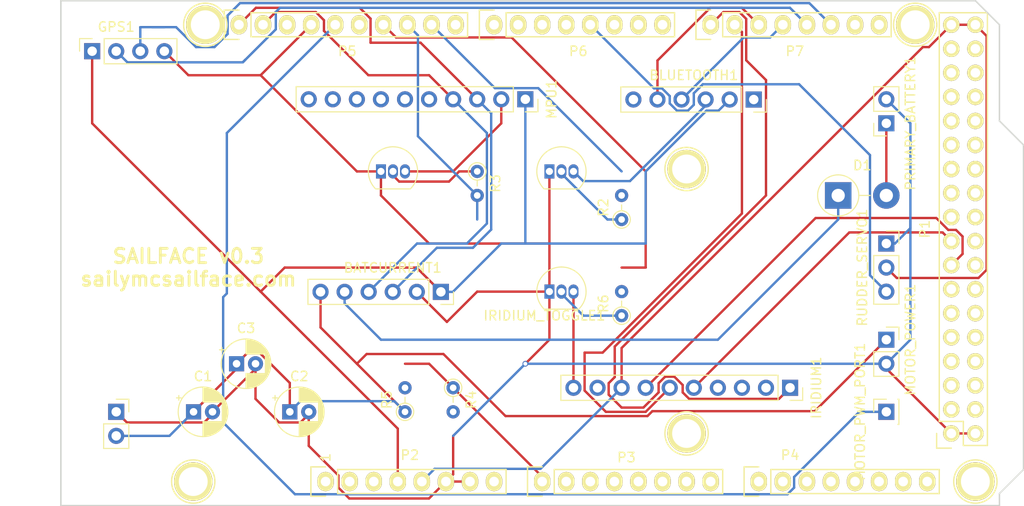
<source format=kicad_pcb>
(kicad_pcb (version 20211014) (generator pcbnew)
  (title_block (title "SAILFACE") (date "mar. 31 mars 2015") (rev "v0.2"))
  (layers (0 "F.Cu" signal) (31 "B.Cu" signal) (34 "B.Paste" user) (35 "F.Paste" user) (36 "B.SilkS" user "B.Silkscreen") (37 "F.SilkS" user "F.Silkscreen") (38 "B.Mask" user) (39 "F.Mask" user) (44 "Edge.Cuts" user))
  (net 0 "")
  (net 1 "GND")
  (net 2 "/52(SCK)")
  (net 3 "/53(SS)")
  (net 4 "/50(MISO)")
  (net 5 "/51(MOSI)")
  (net 6 "/48")
  (net 7 "/49")
  (net 8 "/46")
  (net 9 "/47")
  (net 10 "/44")
  (net 11 "/45")
  (net 12 "/42")
  (net 13 "/43")
  (net 14 "/41")
  (net 15 "/39")
  (net 16 "/36")
  (net 17 "/37")
  (net 18 "/34")
  (net 19 "/35")
  (net 20 "/32")
  (net 21 "/33")
  (net 22 "/30")
  (net 23 "/31")
  (net 24 "/28")
  (net 25 "/29")
  (net 26 "/26")
  (net 27 "/27")
  (net 28 "/24")
  (net 29 "/25")
  (net 30 "/22")
  (net 31 "/23")
  (net 32 "+5V")
  (net 33 "/IOREF")
  (net 34 "/Reset")
  (net 35 "/Vin")
  (net 36 "/A1")
  (net 37 "/A2")
  (net 38 "/A3")
  (net 39 "/A4")
  (net 40 "/A5")
  (net 41 "/A6")
  (net 42 "/A7")
  (net 43 "/A8")
  (net 44 "/A9")
  (net 45 "/A10")
  (net 46 "/A11")
  (net 47 "/A12")
  (net 48 "/A13")
  (net 49 "/A14")
  (net 50 "/A15")
  (net 51 "/SCL")
  (net 52 "/SDA")
  (net 53 "/AREF")
  (net 54 "/MOTOR_PWM")
  (net 55 "/12(**)")
  (net 57 "/7(**)")
  (net 58 "/6(**)")
  (net 59 "/5(**)")
  (net 60 "/4(**)")
  (net 61 "/2(**)")
  (net 62 "/20(SDA)")
  (net 63 "/21(SCL)")
  (net 71 "+3V3")
  (net 72 "/1(Tx0)")
  (net 73 "/0(Rx0)")
  (net 74 "/BLUETOOTH_EN")
  (net 75 "/GPS_TX")
  (net 76 "/GPS_RX")
  (net 77 "/IRIDIUM_RXD")
  (net 81 "/IRIDIUM_RING")
  (net 82 "/IRIDIUM_TXD")
  (net 83 "/IRIDIUM_SLEEP")
  (net 84 "Net-(BLUETOOTH1-Pad3)")
  (net 85 "Net-(BLUETOOTH_TOGGLE1-Pad2)")
  (net 86 "/BLUETOOTH_ON")
  (net 87 "Net-(MPU1-Pad2)")
  (net 94 "Net-(MPU_TOGGLE1-Pad2)")
  (net 95 "/BAT_VOLTAGE_MONITOR")
  (net 96 "/MPU_ON")
  (net 97 "Net-(D1-Pad2)")
  (net 98 "+12V")
  (net 100 "/BLUETOOTH_TXD")
  (net 101 "/BATTERY_IN")
  (net 102 "/SERVO_PWM")
  (net 103 "/BLUETOOTH_RXD")
  (net 104 "/BLUETOOTH_STATE")
  (net 105 "Net-(IRIDIUM1-Pad10)")
  (net 106 "Net-(IRIDIUM_TOGGLE1-Pad2)")
  (net 107 "/IRIDIUM_ON")
  (footprint "Socket_Arduino_Mega:Socket_Strip_Arduino_2x18" (layer "F.Cu") (at 197.358 114.046 90)
    (fp_text reference "P1" (at 21.59 -2.794 90) (layer "F.SilkS"))
    (fp_text value "Digital")
    (pad "1" thru_hole circle locked (at 0 0 90) (size 1.7272 1.7272) (drill 1.016) (layers *.Cu *.Mask "F.SilkS") (net 1 "GND"))
    (pad "2" thru_hole oval locked (at 0 2.54 90) (size 1.7272 1.7272) (drill 1.016) (layers *.Cu *.Mask "F.SilkS") (net 1 "GND"))
    (pad "3" thru_hole oval locked (at 2.54 0 90) (size 1.7272 1.7272) (drill 1.016) (layers *.Cu *.Mask "F.SilkS") (net 2 "/52(SCK)"))
    (pad "4" thru_hole oval locked (at 2.54 2.54 90) (size 1.7272 1.7272) (drill 1.016) (layers *.Cu *.Mask "F.SilkS") (net 3 "/53(SS)"))
    (pad "5" thru_hole oval locked (at 5.08 0 90) (size 1.7272 1.7272) (drill 1.016) (layers *.Cu *.Mask "F.SilkS") (net 4 "/50(MISO)"))
    (pad "6" thru_hole oval locked (at 5.08 2.54 90) (size 1.7272 1.7272) (drill 1.016) (layers *.Cu *.Mask "F.SilkS") (net 5 "/51(MOSI)"))
    (pad "7" thru_hole oval locked (at 7.62 0 90) (size 1.7272 1.7272) (drill 1.016) (layers *.Cu *.Mask "F.SilkS") (net 6 "/48"))
    (pad "8" thru_hole oval locked (at 7.62 2.54 90) (size 1.7272 1.7272) (drill 1.016) (layers *.Cu *.Mask "F.SilkS") (net 7 "/49"))
    (pad "9" thru_hole oval locked (at 10.16 0 90) (size 1.7272 1.7272) (drill 1.016) (layers *.Cu *.Mask "F.SilkS") (net 8 "/46"))
    (pad "10" thru_hole oval locked (at 10.16 2.54 90) (size 1.7272 1.7272) (drill 1.016) (layers *.Cu *.Mask "F.SilkS") (net 9 "/47"))
    (pad "11" thru_hole oval locked (at 12.7 0 90) (size 1.7272 1.7272) (drill 1.016) (layers *.Cu *.Mask "F.SilkS") (net 10 "/44"))
    (pad "12" thru_hole oval locked (at 12.7 2.54 90) (size 1.7272 1.7272) (drill 1.016) (layers *.Cu *.Mask "F.SilkS") (net 11 "/45"))
    (pad "13" thru_hole oval locked (at 15.24 0 90) (size 1.7272 1.7272) (drill 1.016) (layers *.Cu *.Mask "F.SilkS") (net 12 "/42"))
    (pad "14" thru_hole oval locked (at 15.24 2.54 90) (size 1.7272 1.7272) (drill 1.016) (layers *.Cu *.Mask "F.SilkS") (net 13 "/43"))
    (pad "15" thru_hole oval locked (at 17.78 0 90) (size 1.7272 1.7272) (drill 1.016) (layers *.Cu *.Mask "F.SilkS") (net 83 "/IRIDIUM_SLEEP"))
    (pad "16" thru_hole oval locked (at 17.78 2.54 90) (size 1.7272 1.7272) (drill 1.016) (layers *.Cu *.Mask "F.SilkS") (net 14 "/41"))
    (pad "17" thru_hole oval locked (at 20.32 0 90) (size 1.7272 1.7272) (drill 1.016) (layers *.Cu *.Mask "F.SilkS") (net 81 "/IRIDIUM_RING"))
    (pad "18" thru_hole oval locked (at 20.32 2.54 90) (size 1.7272 1.7272) (drill 1.016) (layers *.Cu *.Mask "F.SilkS") (net 15 "/39"))
    (pad "19" thru_hole oval locked (at 22.86 0 90) (size 1.7272 1.7272) (drill 1.016) (layers *.Cu *.Mask "F.SilkS") (net 16 "/36"))
    (pad "20" thru_hole oval locked (at 22.86 2.54 90) (size 1.7272 1.7272) (drill 1.016) (layers *.Cu *.Mask "F.SilkS") (net 17 "/37"))
    (pad "21" thru_hole oval locked (at 25.4 0 90) (size 1.7272 1.7272) (drill 1.016) (layers *.Cu *.Mask "F.SilkS") (net 18 "/34"))
    (pad "22" thru_hole oval locked (at 25.4 2.54 90) (size 1.7272 1.7272) (drill 1.016) (layers *.Cu *.Mask "F.SilkS") (net 19 "/35"))
    (pad "23" thru_hole oval locked (at 27.94 0 90) (size 1.7272 1.7272) (drill 1.016) (layers *.Cu *.Mask "F.SilkS") (net 20 "/32"))
    (pad "24" thru_hole oval locked (at 27.94 2.54 90) (size 1.7272 1.7272) (drill 1.016) (layers *.Cu *.Mask "F.SilkS") (net 21 "/33"))
    (pad "25" thru_hole oval locked (at 30.48 0 90) (size 1.7272 1.7272) (drill 1.016) (layers *.Cu *.Mask "F.SilkS") (net 22 "/30"))
    (pad "26" thru_hole oval locked (at 30.48 2.54 90) (size 1.7272 1.7272) (drill 1.016) (layers *.Cu *.Mask "F.SilkS") (net 23 "/31"))
    (pad "27" thru_hole oval locked (at 33.02 0 90) (size 1.7272 1.7272) (drill 1.016) (layers *.Cu *.Mask "F.SilkS") (net 24 "/28"))
    (pad "28" thru_hole oval locked (at 33.02 2.54 90) (size 1.7272 1.7272) (drill 1.016) (layers *.Cu *.Mask "F.SilkS") (net 25 "/29"))
    (pad "29" thru_hole oval locked (at 35.56 0 90) (size 1.7272 1.7272) (drill 1.016) (layers *.Cu *.Mask "F.SilkS") (net 26 "/26"))
    (pad "30" thru_hole oval locked (at 35.56 2.54 90) (size 1.7272 1.7272) (drill 1.016) (layers *.Cu *.Mask "F.SilkS") (net 27 "/27"))
    (pad "31" thru_hole oval locked (at 38.1 0 90) (size 1.7272 1.7272) (drill 1.016) (layers *.Cu *.Mask "F.SilkS") (net 28 "/24"))
    (pad "32" thru_hole oval locked (at 38.1 2.54 90) (size 1.7272 1.7272) (drill 1.016) (layers *.Cu *.Mask "F.SilkS") (net 29 "/25"))
    (pad "33" thru_hole oval locked (at 40.64 0 90) (size 1.7272 1.7272) (drill 1.016) (layers *.Cu *.Mask "F.SilkS") (net 30 "/22"))
    (pad "34" thru_hole oval locked (at 40.64 2.54 90) (size 1.7272 1.7272) (drill 1.016) (layers *.Cu *.Mask "F.SilkS") (net 31 "/23"))
    (pad "35" thru_hole oval locked (at 43.18 0 90) (size 1.7272 1.7272) (drill 1.016) (layers *.Cu *.Mask "F.SilkS") (net 32 "+5V"))
    (pad "36" thru_hole oval locked (at 43.18 2.54 90) (size 1.7272 1.7272) (drill 1.016) (layers *.Cu *.Mask "F.SilkS") (net 32 "+5V"))
  )
  (footprint "Socket_Arduino_Mega:Socket_Strip_Arduino_1x08" (layer "F.Cu") (at 131.318 119.126)
    (fp_text reference "P2" (at 8.89 -2.794) (layer "F.SilkS"))
    (fp_text value "Power")
    (pad "1" thru_hole oval locked (at 0 0) (size 1.7272 2.032) (drill 1.016) (layers *.Cu *.Mask "F.SilkS"))
    (pad "2" thru_hole oval locked (at 2.54 0) (size 1.7272 2.032) (drill 1.016) (layers *.Cu *.Mask "F.SilkS") (net 33 "/IOREF"))
    (pad "3" thru_hole oval locked (at 5.08 0) (size 1.7272 2.032) (drill 1.016) (layers *.Cu *.Mask "F.SilkS") (net 34 "/Reset"))
    (pad "4" thru_hole oval locked (at 7.62 0) (size 1.7272 2.032) (drill 1.016) (layers *.Cu *.Mask "F.SilkS") (net 71 "+3V3"))
    (pad "5" thru_hole oval locked (at 10.16 0) (size 1.7272 2.032) (drill 1.016) (layers *.Cu *.Mask "F.SilkS") (net 32 "+5V"))
    (pad "6" thru_hole oval locked (at 12.7 0) (size 1.7272 2.032) (drill 1.016) (layers *.Cu *.Mask "F.SilkS") (net 1 "GND"))
    (pad "7" thru_hole oval locked (at 15.24 0) (size 1.7272 2.032) (drill 1.016) (layers *.Cu *.Mask "F.SilkS") (net 1 "GND"))
    (pad "8" thru_hole oval locked (at 17.78 0) (size 1.7272 2.032) (drill 1.016) (layers *.Cu *.Mask "F.SilkS") (net 35 "/Vin"))
  )
  (footprint "Socket_Arduino_Mega:Socket_Strip_Arduino_1x08" (layer "F.Cu") (at 154.178 119.126)
    (fp_text reference "P3" (at 8.89 -2.54) (layer "F.SilkS"))
    (fp_text value "Analog")
    (pad "1" thru_hole oval locked (at 0 0) (size 1.7272 2.032) (drill 1.016) (layers *.Cu *.Mask "F.SilkS") (net 95 "/BAT_VOLTAGE_MONITOR"))
    (pad "2" thru_hole oval locked (at 2.54 0) (size 1.7272 2.032) (drill 1.016) (layers *.Cu *.Mask "F.SilkS") (net 36 "/A1"))
    (pad "3" thru_hole oval locked (at 5.08 0) (size 1.7272 2.032) (drill 1.016) (layers *.Cu *.Mask "F.SilkS") (net 37 "/A2"))
    (pad "4" thru_hole oval locked (at 7.62 0) (size 1.7272 2.032) (drill 1.016) (layers *.Cu *.Mask "F.SilkS") (net 38 "/A3"))
    (pad "5" thru_hole oval locked (at 10.16 0) (size 1.7272 2.032) (drill 1.016) (layers *.Cu *.Mask "F.SilkS") (net 39 "/A4"))
    (pad "6" thru_hole oval locked (at 12.7 0) (size 1.7272 2.032) (drill 1.016) (layers *.Cu *.Mask "F.SilkS") (net 40 "/A5"))
    (pad "7" thru_hole oval locked (at 15.24 0) (size 1.7272 2.032) (drill 1.016) (layers *.Cu *.Mask "F.SilkS") (net 41 "/A6"))
    (pad "8" thru_hole oval locked (at 17.78 0) (size 1.7272 2.032) (drill 1.016) (layers *.Cu *.Mask "F.SilkS") (net 42 "/A7"))
  )
  (footprint "Socket_Arduino_Mega:Socket_Strip_Arduino_1x08" (layer "F.Cu") (at 177.038 119.126)
    (fp_text reference "P4" (at 3.302 -2.794) (layer "F.SilkS"))
    (fp_text value "Analog")
    (pad "1" thru_hole oval locked (at 0 0) (size 1.7272 2.032) (drill 1.016) (layers *.Cu *.Mask "F.SilkS") (net 43 "/A8"))
    (pad "2" thru_hole oval locked (at 2.54 0) (size 1.7272 2.032) (drill 1.016) (layers *.Cu *.Mask "F.SilkS") (net 44 "/A9"))
    (pad "3" thru_hole oval locked (at 5.08 0) (size 1.7272 2.032) (drill 1.016) (layers *.Cu *.Mask "F.SilkS") (net 45 "/A10"))
    (pad "4" thru_hole oval locked (at 7.62 0) (size 1.7272 2.032) (drill 1.016) (layers *.Cu *.Mask "F.SilkS") (net 46 "/A11"))
    (pad "5" thru_hole oval locked (at 10.16 0) (size 1.7272 2.032) (drill 1.016) (layers *.Cu *.Mask "F.SilkS") (net 47 "/A12"))
    (pad "6" thru_hole oval locked (at 12.7 0) (size 1.7272 2.032) (drill 1.016) (layers *.Cu *.Mask "F.SilkS") (net 48 "/A13"))
    (pad "7" thru_hole oval locked (at 15.24 0) (size 1.7272 2.032) (drill 1.016) (layers *.Cu *.Mask "F.SilkS") (net 49 "/A14"))
    (pad "8" thru_hole oval locked (at 17.78 0) (size 1.7272 2.032) (drill 1.016) (layers *.Cu *.Mask "F.SilkS") (net 50 "/A15"))
  )
  (footprint "Socket_Arduino_Mega:Socket_Strip_Arduino_1x10" (layer "F.Cu") (at 122.174 70.866)
    (fp_text reference "P5" (at 11.43 2.794) (layer "F.SilkS"))
    (fp_text value "PWM")
    (pad "1" thru_hole oval locked (at 0 0) (size 1.7272 2.032) (drill 1.016) (layers *.Cu *.Mask "F.SilkS") (net 51 "/SCL"))
    (pad "2" thru_hole oval locked (at 2.54 0) (size 1.7272 2.032) (drill 1.016) (layers *.Cu *.Mask "F.SilkS") (net 52 "/SDA"))
    (pad "3" thru_hole oval locked (at 5.08 0) (size 1.7272 2.032) (drill 1.016) (layers *.Cu *.Mask "F.SilkS") (net 53 "/AREF"))
    (pad "4" thru_hole oval locked (at 7.62 0) (size 1.7272 2.032) (drill 1.016) (layers *.Cu *.Mask "F.SilkS") (net 1 "GND"))
    (pad "5" thru_hole oval locked (at 10.16 0) (size 1.7272 2.032) (drill 1.016) (layers *.Cu *.Mask "F.SilkS") (net 54 "/MOTOR_PWM"))
    (pad "6" thru_hole oval locked (at 12.7 0) (size 1.7272 2.032) (drill 1.016) (layers *.Cu *.Mask "F.SilkS") (net 55 "/12(**)"))
    (pad "7" thru_hole oval locked (at 15.24 0) (size 1.7272 2.032) (drill 1.016) (layers *.Cu *.Mask "F.SilkS") (net 107 "/IRIDIUM_ON"))
    (pad "8" thru_hole oval locked (at 17.78 0) (size 1.7272 2.032) (drill 1.016) (layers *.Cu *.Mask "F.SilkS") (net 96 "/MPU_ON"))
    (pad "9" thru_hole oval locked (at 20.32 0) (size 1.7272 2.032) (drill 1.016) (layers *.Cu *.Mask "F.SilkS") (net 86 "/BLUETOOTH_ON"))
    (pad "10" thru_hole oval locked (at 22.86 0) (size 1.7272 2.032) (drill 1.016) (layers *.Cu *.Mask "F.SilkS"))
  )
  (footprint "Socket_Arduino_Mega:Socket_Strip_Arduino_1x08" (layer "F.Cu") (at 149.098 70.866)
    (fp_text reference "P6" (at 8.89 2.794) (layer "F.SilkS"))
    (fp_text value "PWM")
    (pad "1" thru_hole oval locked (at 0 0) (size 1.7272 2.032) (drill 1.016) (layers *.Cu *.Mask "F.SilkS") (net 57 "/7(**)"))
    (pad "2" thru_hole oval locked (at 2.54 0) (size 1.7272 2.032) (drill 1.016) (layers *.Cu *.Mask "F.SilkS") (net 58 "/6(**)"))
    (pad "3" thru_hole oval locked (at 5.08 0) (size 1.7272 2.032) (drill 1.016) (layers *.Cu *.Mask "F.SilkS") (net 59 "/5(**)"))
    (pad "4" thru_hole oval locked (at 7.62 0) (size 1.7272 2.032) (drill 1.016) (layers *.Cu *.Mask "F.SilkS") (net 60 "/4(**)"))
    (pad "5" thru_hole oval locked (at 10.16 0) (size 1.7272 2.032) (drill 1.016) (layers *.Cu *.Mask "F.SilkS") (net 102 "/SERVO_PWM"))
    (pad "6" thru_hole oval locked (at 12.7 0) (size 1.7272 2.032) (drill 1.016) (layers *.Cu *.Mask "F.SilkS") (net 61 "/2(**)"))
    (pad "7" thru_hole oval locked (at 15.24 0) (size 1.7272 2.032) (drill 1.016) (layers *.Cu *.Mask "F.SilkS") (net 72 "/1(Tx0)"))
    (pad "8" thru_hole oval locked (at 17.78 0) (size 1.7272 2.032) (drill 1.016) (layers *.Cu *.Mask "F.SilkS") (net 73 "/0(Rx0)"))
  )
  (footprint "Socket_Arduino_Mega:Socket_Strip_Arduino_1x08" (layer "F.Cu") (at 171.958 70.866)
    (fp_text reference "P7" (at 8.89 2.794) (layer "F.SilkS"))
    (fp_text value "Communication")
    (pad "1" thru_hole oval locked (at 0 0) (size 1.7272 2.032) (drill 1.016) (layers *.Cu *.Mask "F.SilkS") (net 77 "/IRIDIUM_RXD"))
    (pad "2" thru_hole oval locked (at 2.54 0) (size 1.7272 2.032) (drill 1.016) (layers *.Cu *.Mask "F.SilkS") (net 82 "/IRIDIUM_TXD"))
    (pad "3" thru_hole oval locked (at 5.08 0) (size 1.7272 2.032) (drill 1.016) (layers *.Cu *.Mask "F.SilkS") (net 103 "/BLUETOOTH_RXD"))
    (pad "4" thru_hole oval locked (at 7.62 0) (size 1.7272 2.032) (drill 1.016) (layers *.Cu *.Mask "F.SilkS") (net 100 "/BLUETOOTH_TXD"))
    (pad "5" thru_hole oval locked (at 10.16 0) (size 1.7272 2.032) (drill 1.016) (layers *.Cu *.Mask "F.SilkS") (net 76 "/GPS_RX"))
    (pad "6" thru_hole oval locked (at 12.7 0) (size 1.7272 2.032) (drill 1.016) (layers *.Cu *.Mask "F.SilkS") (net 75 "/GPS_TX"))
    (pad "7" thru_hole oval locked (at 15.24 0) (size 1.7272 2.032) (drill 1.016) (layers *.Cu *.Mask "F.SilkS") (net 62 "/20(SDA)"))
    (pad "8" thru_hole oval locked (at 17.78 0) (size 1.7272 2.032) (drill 1.016) (layers *.Cu *.Mask "F.SilkS") (net 63 "/21(SCL)"))
  )
  (footprint "Socket_Arduino_Mega:Arduino_1pin" (layer "F.Cu") (at 117.348 119.126)
    (fp_text reference "P8" hide)
    (fp_text value "CONN_01X01" hide)
    (pad "1" thru_hole circle locked (at 0 0) (size 4.064 4.064) (drill 3.048) (layers *.Cu *.Mask "F.SilkS"))
  )
  (footprint "Socket_Arduino_Mega:Arduino_1pin" (layer "F.Cu") (at 169.418 114.046)
    (fp_text reference "P9" hide)
    (fp_text value "CONN_01X01" hide)
    (pad "1" thru_hole circle locked (at 0 0) (size 4.064 4.064) (drill 3.048) (layers *.Cu *.Mask "F.SilkS"))
  )
  (footprint "Socket_Arduino_Mega:Arduino_1pin" (layer "F.Cu") (at 199.898 119.126)
    (fp_text reference "P10" hide)
    (fp_text value "CONN_01X01" hide)
    (pad "1" thru_hole circle locked (at 0 0) (size 4.064 4.064) (drill 3.048) (layers *.Cu *.Mask "F.SilkS"))
  )
  (footprint "Socket_Arduino_Mega:Arduino_1pin" (layer "F.Cu") (at 118.618 70.866)
    (fp_text reference "P11" hide)
    (fp_text value "CONN_01X01" hide)
    (pad "1" thru_hole circle locked (at 0 0) (size 4.064 4.064) (drill 3.048) (layers *.Cu *.Mask "F.SilkS"))
  )
  (footprint "Socket_Arduino_Mega:Arduino_1pin" (layer "F.Cu") (at 169.418 86.106)
    (fp_text reference "P12" hide)
    (fp_text value "CONN_01X01" hide)
    (pad "1" thru_hole circle locked (at 0 0) (size 4.064 4.064) (drill 3.048) (layers *.Cu *.Mask "F.SilkS"))
  )
  (footprint "Socket_Arduino_Mega:Arduino_1pin" (layer "F.Cu") (at 193.548 70.866)
    (fp_text reference "P13" hide)
    (fp_text value "CONN_01X01" hide)
    (pad "1" thru_hole circle locked (at 0 0) (size 4.064 4.064) (drill 3.048) (layers *.Cu *.Mask "F.SilkS"))
  )
  (footprint "Capacitor_THT:CP_Radial_D5.0mm_P2.00mm" (layer "F.Cu") (at 117.38 111.76)
    (fp_text reference "C1" (at 1 -3.75) (layer "F.SilkS"))
    (fp_text value "C")
    (pad "1" thru_hole rect (at 0 0) (size 1.6 1.6) (drill 0.8) (layers *.Cu *.Mask) (net 98 "+12V"))
    (pad "2" thru_hole circle (at 2 0) (size 1.6 1.6) (drill 0.8) (layers *.Cu *.Mask) (net 1 "GND"))
  )
  (footprint "Connector_PinSocket_2.54mm:PinSocket_1x02_P2.54mm_Vertical" (layer "F.Cu") (at 109.22 111.76)
    (fp_text reference "ARDUINO_POWER1" hide)
    (fp_text value "ARDUINO_POWER")
    (pad "1" thru_hole rect (at 0 0) (size 1.7 1.7) (drill 1) (layers *.Cu *.Mask) (net 1 "GND"))
    (pad "2" thru_hole oval (at 0 2.54) (size 1.7 1.7) (drill 1) (layers *.Cu *.Mask) (net 98 "+12V"))
  )
  (footprint "Package_TO_SOT_THT:TO-92_Inline" (layer "F.Cu") (at 137.16 86.36)
    (fp_text reference "MPU_TOGGLE1" hide)
    (fp_text value "2N3904" hide)
    (pad "1" thru_hole rect (at 0 0) (size 1.05 1.5) (drill 0.75) (layers *.Cu *.Mask) (net 1 "GND"))
    (pad "2" thru_hole oval (at 1.27 0) (size 1.05 1.5) (drill 0.75) (layers *.Cu *.Mask) (net 94 "Net-(MPU_TOGGLE1-Pad2)"))
    (pad "3" thru_hole oval (at 2.54 0) (size 1.05 1.5) (drill 0.75) (layers *.Cu *.Mask) (net 87 "Net-(MPU1-Pad2)"))
  )
  (footprint "Connector_PinSocket_2.54mm:PinSocket_1x03_P2.54mm_Vertical" (layer "F.Cu") (at 190.5 93.98)
    (fp_text reference "RUDDER_SERVO1" (at -2.54 2.54 -90) (layer "F.SilkS"))
    (fp_text value "RUDDER_SERVO" hide)
    (pad "1" thru_hole rect (at 0 0) (size 1.7 1.7) (drill 1) (layers *.Cu *.Mask) (net 1 "GND"))
    (pad "2" thru_hole oval (at 0 2.54) (size 1.7 1.7) (drill 1) (layers *.Cu *.Mask) (net 32 "+5V"))
    (pad "3" thru_hole oval (at 0 5.08) (size 1.7 1.7) (drill 1) (layers *.Cu *.Mask) (net 102 "/SERVO_PWM"))
  )
  (footprint "Capacitor_THT:CP_Radial_D5.0mm_P2.00mm" (layer "F.Cu") (at 121.92 106.68)
    (fp_text reference "C3" (at 1 -3.75) (layer "F.SilkS"))
    (fp_text value "C")
    (pad "1" thru_hole rect (at 0 0) (size 1.6 1.6) (drill 0.8) (layers *.Cu *.Mask) (net 98 "+12V"))
    (pad "2" thru_hole circle (at 2 0) (size 1.6 1.6) (drill 0.8) (layers *.Cu *.Mask) (net 1 "GND"))
  )
  (footprint "Connector_PinSocket_2.54mm:PinSocket_1x02_P2.54mm_Vertical" (layer "F.Cu") (at 190.5 81.28 180)
    (fp_text reference "PRIMARY_BATTERY1" (at -2.54 0 270) (layer "F.SilkS"))
    (fp_text value "Battery" hide)
    (pad "1" thru_hole rect (at 0 0 180) (size 1.7 1.7) (drill 1) (layers *.Cu *.Mask) (net 97 "Net-(D1-Pad2)"))
    (pad "2" thru_hole oval (at 0 2.54 180) (size 1.7 1.7) (drill 1) (layers *.Cu *.Mask) (net 1 "GND"))
  )
  (footprint "Connector_PinSocket_2.54mm:PinSocket_1x01_P2.54mm_Vertical" (layer "F.Cu") (at 190.5 111.76 90)
    (fp_text reference "MOTOR_PWM_PORT1" (at 0 -2.77 90) (layer "F.SilkS"))
    (fp_text value "MOTOR_PWM_PORT" hide)
    (pad "1" thru_hole rect (at 0 0 90) (size 1.7 1.7) (drill 1) (layers *.Cu *.Mask) (net 54 "/MOTOR_PWM"))
  )
  (footprint "Connector_PinSocket_2.54mm:PinSocket_1x02_P2.54mm_Vertical" (layer "F.Cu") (at 190.5 104.14)
    (fp_text reference "MOTOR_POWER1" (at 2.54 0 -90) (layer "F.SilkS"))
    (fp_text value "MOTOR_POWER" hide)
    (pad "1" thru_hole rect (at 0 0) (size 1.7 1.7) (drill 1) (layers *.Cu *.Mask) (net 98 "+12V"))
    (pad "2" thru_hole oval (at 0 2.54) (size 1.7 1.7) (drill 1) (layers *.Cu *.Mask) (net 1 "GND"))
  )
  (footprint "Connector_PinSocket_2.54mm:PinSocket_1x10_P2.54mm_Vertical" (layer "F.Cu") (at 152.4 78.74 -90)
    (fp_text reference "MPU1" (at 0 -2.77 90) (layer "F.SilkS"))
    (fp_text value "MPU" hide)
    (pad "1" thru_hole rect (at 0 0 270) (size 1.7 1.7) (drill 1) (layers *.Cu *.Mask "F.Paste") (net 71 "+3V3"))
    (pad "2" thru_hole oval (at 0 2.54 270) (size 1.7 1.7) (drill 1) (layers *.Cu *.Mask) (net 87 "Net-(MPU1-Pad2)"))
    (pad "3" thru_hole oval (at 0 5.08 270) (size 1.7 1.7) (drill 1) (layers *.Cu *.Mask) (net 51 "/SCL"))
    (pad "4" thru_hole oval locked (at 0 7.62 270) (size 1.7 1.7) (drill 1) (layers *.Cu *.Mask) (net 52 "/SDA"))
    (pad "5" thru_hole oval (at 0 10.16 270) (size 1.7 1.7) (drill 1) (layers *.Cu *.Mask))
    (pad "6" thru_hole oval (at 0 12.7 270) (size 1.7 1.7) (drill 1) (layers *.Cu *.Mask))
    (pad "7" thru_hole oval (at 0 15.24 270) (size 1.7 1.7) (drill 1) (layers *.Cu *.Mask))
    (pad "8" thru_hole oval (at 0 17.78 270) (size 1.7 1.7) (drill 1) (layers *.Cu *.Mask))
    (pad "9" thru_hole oval (at 0 20.32 270) (size 1.7 1.7) (drill 1) (layers *.Cu *.Mask))
    (pad "10" thru_hole oval (at 0 22.86 270) (size 1.7 1.7) (drill 1) (layers *.Cu *.Mask))
  )
  (footprint "Resistor_THT:R_Axial_DIN0204_L3.6mm_D1.6mm_P2.54mm_Vertical" (layer "F.Cu") (at 139.7 111.76 90)
    (fp_text reference "R5" (at 1.27 -1.92 90) (layer "F.SilkS"))
    (fp_text value "4.7K")
    (pad "1" thru_hole circle (at 0 0 90) (size 1.4 1.4) (drill 0.7) (layers *.Cu *.Mask) (net 98 "+12V"))
    (pad "2" thru_hole oval (at 2.54 0 90) (size 1.4 1.4) (drill 0.7) (layers *.Cu *.Mask) (net 95 "/BAT_VOLTAGE_MONITOR"))
  )
  (footprint "Diode_THT:D_5W_P5.08mm_Vertical_AnodeUp" (layer "F.Cu") (at 185.42 88.9)
    (fp_text reference "D1" (at 2.54 -3.174899) (layer "F.SilkS"))
    (fp_text value "D_Schottky")
    (pad "1" thru_hole rect (at 0 0) (size 2.8 2.8) (drill 1.4) (layers *.Cu *.Mask) (net 101 "/BATTERY_IN"))
    (pad "2" thru_hole oval (at 5.08 0) (size 2.8 2.8) (drill 1.4) (layers *.Cu *.Mask) (net 97 "Net-(D1-Pad2)"))
  )
  (footprint "Capacitor_THT:CP_Radial_D5.0mm_P2.00mm" (layer "F.Cu") (at 127.54 111.76)
    (fp_text reference "C2" (at 1 -3.75) (layer "F.SilkS"))
    (fp_text value "C")
    (pad "1" thru_hole rect (at 0 0) (size 1.6 1.6) (drill 0.8) (layers *.Cu *.Mask) (net 98 "+12V"))
    (pad "2" thru_hole circle (at 2 0) (size 1.6 1.6) (drill 0.8) (layers *.Cu *.Mask) (net 1 "GND"))
  )
  (footprint "Connector_PinSocket_2.54mm:PinSocket_1x06_P2.54mm_Vertical" (layer "F.Cu") (at 176.505 78.765 -90)
    (fp_text reference "BLUETOOTH1" (at -2.565 6.325) (layer "F.SilkS"))
    (fp_text value "BLUETOOTH" hide)
    (pad "1" thru_hole rect (at 0 0 270) (size 1.7 1.7) (drill 1) (layers *.Cu *.Mask) (net 74 "/BLUETOOTH_EN"))
    (pad "2" thru_hole oval (at 0 2.54 270) (size 1.7 1.7) (drill 1) (layers *.Cu *.Mask) (net 71 "+3V3"))
    (pad "3" thru_hole oval (at 0 5.08 270) (size 1.7 1.7) (drill 1) (layers *.Cu *.Mask) (net 84 "Net-(BLUETOOTH1-Pad3)"))
    (pad "4" thru_hole oval (at 0 7.62 270) (size 1.7 1.7) (drill 1) (layers *.Cu *.Mask) (net 100 "/BLUETOOTH_TXD"))
    (pad "5" thru_hole oval (at 0 10.16 270) (size 1.7 1.7) (drill 1) (layers *.Cu *.Mask) (net 103 "/BLUETOOTH_RXD"))
    (pad "6" thru_hole oval (at 0 12.7 270) (size 1.7 1.7) (drill 1) (layers *.Cu *.Mask) (net 104 "/BLUETOOTH_STATE"))
  )
  (footprint "Resistor_THT:R_Axial_DIN0204_L3.6mm_D1.6mm_P2.54mm_Vertical" (layer "F.Cu") (at 162.56 101.6 90)
    (fp_text reference "R6" (at 1.27 -1.92 90) (layer "F.SilkS"))
    (fp_text value "1K")
    (pad "1" thru_hole circle (at 0 0 90) (size 1.4 1.4) (drill 0.7) (layers *.Cu *.Mask) (net 106 "Net-(IRIDIUM_TOGGLE1-Pad2)"))
    (pad "2" thru_hole oval (at 2.54 0 90) (size 1.4 1.4) (drill 0.7) (layers *.Cu *.Mask) (net 107 "/IRIDIUM_ON"))
  )
  (footprint "Connector_PinSocket_2.54mm:PinSocket_1x10_P2.54mm_Vertical" (layer "F.Cu") (at 180.34 109.22 -90)
    (fp_text reference "IRIDIUM1" (at 0 -2.77 -90) (layer "F.SilkS"))
    (fp_text value "IRIDIUM" hide)
    (pad "1" thru_hole rect (at 0 0 270) (size 1.7 1.7) (drill 1) (layers *.Cu *.Mask) (net 77 "/IRIDIUM_RXD"))
    (pad "2" thru_hole oval (at 0 2.54 270) (size 1.7 1.7) (drill 1) (layers *.Cu *.Mask))
    (pad "3" thru_hole oval (at 0 5.08 270) (size 1.7 1.7) (drill 1) (layers *.Cu *.Mask))
    (pad "4" thru_hole oval (at 0 7.62 270) (size 1.7 1.7) (drill 1) (layers *.Cu *.Mask))
    (pad "5" thru_hole oval (at 0 10.16 270) (size 1.7 1.7) (drill 1) (layers *.Cu *.Mask) (net 81 "/IRIDIUM_RING"))
    (pad "6" thru_hole oval (at 0 12.7 270) (size 1.7 1.7) (drill 1) (layers *.Cu *.Mask) (net 82 "/IRIDIUM_TXD"))
    (pad "7" thru_hole oval (at 0 15.24 270) (size 1.7 1.7) (drill 1) (layers *.Cu *.Mask) (net 83 "/IRIDIUM_SLEEP"))
    (pad "8" thru_hole oval (at 0 17.78 270) (size 1.7 1.7) (drill 1) (layers *.Cu *.Mask) (net 32 "+5V"))
    (pad "9" thru_hole oval (at 0 20.32 270) (size 1.7 1.7) (drill 1) (layers *.Cu *.Mask))
    (pad "10" thru_hole oval (at 0 22.86 270) (size 1.7 1.7) (drill 1) (layers *.Cu *.Mask) (net 105 "Net-(IRIDIUM1-Pad10)"))
  )
  (footprint "Connector_PinSocket_2.54mm:PinSocket_1x06_P2.54mm_Vertical" (layer "F.Cu") (at 143.485 99.085 -90)
    (fp_text reference "BATCURRENT1" (at -2.54 5.08) (layer "F.SilkS"))
    (fp_text value "BAT_CURRENT_SENSOR" hide)
    (pad "1" thru_hole rect (at 0 0 270) (size 1.7 1.7) (drill 1) (layers *.Cu *.Mask) (net 71 "+3V3"))
    (pad "2" thru_hole oval (at 0 2.54 270) (size 1.7 1.7) (drill 1) (layers *.Cu *.Mask) (net 1 "GND"))
    (pad "3" thru_hole oval (at 0 5.08 270) (size 1.7 1.7) (drill 1) (layers *.Cu *.Mask) (net 51 "/SCL"))
    (pad "4" thru_hole oval (at 0 7.62 270) (size 1.7 1.7) (drill 1) (layers *.Cu *.Mask) (net 52 "/SDA"))
    (pad "5" thru_hole oval (at 0 10.16 270) (size 1.7 1.7) (drill 1) (layers *.Cu *.Mask) (net 101 "/BATTERY_IN"))
    (pad "6" thru_hole oval (at 0 12.7 270) (size 1.7 1.7) (drill 1) (layers *.Cu *.Mask) (net 98 "+12V"))
  )
  (footprint "Resistor_THT:R_Axial_DIN0204_L3.6mm_D1.6mm_P2.54mm_Vertical" (layer "F.Cu") (at 144.78 109.22 -90)
    (fp_text reference "R4" (at 1.27 -1.92 -90) (layer "F.SilkS"))
    (fp_text value "1K")
    (pad "1" thru_hole circle (at 0 0 270) (size 1.4 1.4) (drill 0.7) (layers *.Cu *.Mask) (net 95 "/BAT_VOLTAGE_MONITOR"))
    (pad "2" thru_hole oval (at 2.54 0 270) (size 1.4 1.4) (drill 0.7) (layers *.Cu *.Mask) (net 1 "GND"))
  )
  (footprint "Connector_PinSocket_2.54mm:PinSocket_1x04_P2.54mm_Vertical" (layer "F.Cu") (at 106.68 73.66 90)
    (fp_text reference "GPS1" (at 2.565 2.54) (layer "F.SilkS"))
    (fp_text value "GPS" hide)
    (pad "1" thru_hole rect (at 0 0 90) (size 1.7 1.7) (drill 1) (layers *.Cu *.Mask) (net 71 "+3V3"))
    (pad "2" thru_hole oval (at 0 2.54 90) (size 1.7 1.7) (drill 1) (layers *.Cu *.Mask) (net 76 "/GPS_RX"))
    (pad "3" thru_hole oval (at 0 5.08 90) (size 1.7 1.7) (drill 1) (layers *.Cu *.Mask) (net 75 "/GPS_TX"))
    (pad "4" thru_hole oval (at 0 7.62 90) (size 1.7 1.7) (drill 1) (layers *.Cu *.Mask) (net 1 "GND"))
  )
  (footprint "Package_TO_SOT_THT:TO-92_Inline" (layer "F.Cu") (at 154.94 86.36)
    (fp_text reference "BLUETOOTH_TOGGLE1" hide)
    (fp_text value "2N3904" hide)
    (pad "1" thru_hole rect (at 0 0) (size 1.05 1.5) (drill 0.75) (layers *.Cu *.Mask) (net 1 "GND"))
    (pad "2" thru_hole oval (at 1.27 0) (size 1.05 1.5) (drill 0.75) (layers *.Cu *.Mask) (net 85 "Net-(BLUETOOTH_TOGGLE1-Pad2)"))
    (pad "3" thru_hole oval (at 2.54 0) (size 1.05 1.5) (drill 0.75) (layers *.Cu *.Mask) (net 84 "Net-(BLUETOOTH1-Pad3)"))
  )
  (footprint "Resistor_THT:R_Axial_DIN0204_L3.6mm_D1.6mm_P2.54mm_Vertical" (layer "F.Cu") (at 147.32 86.36 -90)
    (fp_text reference "R3" (at 1.27 -1.92 -90) (layer "F.SilkS"))
    (fp_text value "1K")
    (pad "1" thru_hole circle (at 0 0 270) (size 1.4 1.4) (drill 0.7) (layers *.Cu *.Mask) (net 94 "Net-(MPU_TOGGLE1-Pad2)"))
    (pad "2" thru_hole oval (at 2.54 0 270) (size 1.4 1.4) (drill 0.7) (layers *.Cu *.Mask) (net 96 "/MPU_ON"))
  )
  (footprint "Package_TO_SOT_THT:TO-92_Inline" (layer "F.Cu") (at 154.94 99.06)
    (fp_text reference "IRIDIUM_TOGGLE1" (at -0.53 2.54) (layer "F.SilkS"))
    (fp_text value "2N3904" hide)
    (pad "1" thru_hole rect (at 0 0) (size 1.05 1.5) (drill 0.75) (layers *.Cu *.Mask) (net 1 "GND"))
    (pad "2" thru_hole oval (at 1.27 0) (size 1.05 1.5) (drill 0.75) (layers *.Cu *.Mask) (net 106 "Net-(IRIDIUM_TOGGLE1-Pad2)"))
    (pad "3" thru_hole oval (at 2.54 0) (size 1.05 1.5) (drill 0.75) (layers *.Cu *.Mask) (net 105 "Net-(IRIDIUM1-Pad10)"))
  )
  (footprint "Resistor_THT:R_Axial_DIN0204_L3.6mm_D1.6mm_P2.54mm_Vertical" (layer "F.Cu") (at 162.56 91.44 90)
    (fp_text reference "R2" (at 1.27 -1.92 90) (layer "F.SilkS"))
    (fp_text value "1K")
    (pad "1" thru_hole circle (at 0 0 90) (size 1.4 1.4) (drill 0.7) (layers *.Cu *.Mask) (net 85 "Net-(BLUETOOTH_TOGGLE1-Pad2)"))
    (pad "2" thru_hole oval (at 2.54 0 90) (size 1.4 1.4) (drill 0.7) (layers *.Cu *.Mask) (net 86 "/BLUETOOTH_ON"))
  )
  (gr_line (start 202.438 81.026) (end 204.978 83.566) (layer "Edge.Cuts") (width 0.15))
  (gr_line (start 103.378 121.666) (end 103.378 68.326) (layer "Edge.Cuts") (width 0.15))
  (gr_line (start 204.978 83.566) (end 204.978 117.856) (layer "Edge.Cuts") (width 0.15))
  (gr_line (start 202.438 121.666) (end 103.378 121.666) (layer "Edge.Cuts") (width 0.15))
  (gr_line (start 103.378 68.326) (end 199.898 68.326) (layer "Edge.Cuts") (width 0.15))
  (gr_line (start 204.978 117.856) (end 202.438 120.396) (layer "Edge.Cuts") (width 0.15))
  (gr_line (start 199.898 68.326) (end 202.438 70.866) (layer "Edge.Cuts") (width 0.15))
  (gr_line (start 202.438 70.866) (end 202.438 81.026) (layer "Edge.Cuts") (width 0.15))
  (gr_line (start 202.438 120.396) (end 202.438 121.666) (layer "Edge.Cuts") (width 0.15))
  (gr_text "1" (at 131.318 116.586 90) (layer "F.SilkS") (effects (font (size 1 1))))
  (gr_text "SAILFACE v0.3\nsailymcsailface.com" (at 116.84 96.52) (layer "F.SilkS") (effects (font (size 1.5 1.5) (thickness 0.3))))
  (segment (start 129.54 115.351585) (end 132.66988 118.481465) (width 0.25) (layer "F.Cu") (net 1))
  (segment (start 142.24 93.98) (end 137.16 88.9) (width 0.25) (layer "F.Cu") (net 1))
  (segment (start 129.54 111.76) (end 129.54 115.351585) (width 0.25) (layer "F.Cu") (net 1))
  (segment (start 144.78 118.364) (end 144.018 119.126) (width 0.25) (layer "F.Cu") (net 1))
  (segment (start 119.38 111.76) (end 123.92 107.22) (width 0.25) (layer "F.Cu") (net 1))
  (segment (start 140.945 99.085) (end 144.12 102.26) (width 0.25) (layer "F.Cu") (net 1))
  (segment (start 190.5 107.188) (end 190.5 106.68) (width 0.25) (layer "F.Cu") (net 1))
  (segment (start 128.664511 112.884511) (end 129.54 112.009022) (width 0.25) (layer "F.Cu") (net 1))
  (segment (start 144.018 119.126) (end 146.558 119.126) (width 0.25) (layer "F.Cu") (net 1))
  (segment (start 154.94 104.14) (end 154.94 99.06) (width 0.25) (layer "F.Cu") (net 1))
  (segment (start 119.38 112.009022) (end 119.38 111.76) (width 0.25) (layer "F.Cu") (net 1))
  (segment (start 133.815385 120.91604) (end 142.22796 120.91604) (width 0.25) (layer "F.Cu") (net 1))
  (segment (start 123.92 106.68) (end 123.92 110.389022) (width 0.25) (layer "F.Cu") (net 1))
  (segment (start 110.344511 112.884511) (end 118.504511 112.884511) (width 0.25) (layer "F.Cu") (net 1))
  (segment (start 124.46 76.2) (end 116.84 76.2) (width 0.25) (layer "F.Cu") (net 1))
  (segment (start 137.16 88.9) (end 137.16 86.36) (width 0.25) (layer "F.Cu") (net 1))
  (segment (start 199.898 114.046) (end 197.358 114.046) (width 0.25) (layer "F.Cu") (net 1))
  (segment (start 118.504511 112.884511) (end 119.38 112.009022) (width 0.25) (layer "F.Cu") (net 1))
  (segment (start 129.794 70.866) (end 124.46 76.2) (width 0.25) (layer "F.Cu") (net 1))
  (segment (start 137.16 86.36) (end 134.62 86.36) (width 0.25) (layer "F.Cu") (net 1))
  (segment (start 134.62 86.36) (end 124.46 76.2) (width 0.25) (layer "F.Cu") (net 1))
  (segment (start 129.54 112.009022) (end 129.54 111.76) (width 0.25) (layer "F.Cu") (net 1))
  (segment (start 123.92 107.22) (end 123.92 106.68) (width 0.25) (layer "F.Cu") (net 1))
  (segment (start 144.78 114.3) (end 144.78 118.364) (width 0.25) (layer "F.Cu") (net 1))
  (segment (start 132.66988 119.770535) (end 133.815385 120.91604) (width 0.25) (layer "F.Cu") (net 1))
  (segment (start 126.415489 112.884511) (end 128.664511 112.884511) (width 0.25) (layer "F.Cu") (net 1))
  (segment (start 152.4 106.68) (end 154.94 104.14) (width 0.25) (layer "F.Cu") (net 1))
  (segment (start 197.358 114.046) (end 190.5 107.188) (width 0.25) (layer "F.Cu") (net 1))
  (segment (start 132.66988 118.481465) (end 132.66988 119.770535) (width 0.25) (layer "F.Cu") (net 1))
  (segment (start 154.94 86.36) (end 154.94 93.98) (width 0.25) (layer "F.Cu") (net 1))
  (segment (start 142.22796 120.91604) (end 144.018 119.126) (width 0.25) (layer "F.Cu") (net 1))
  (segment (start 144.12 102.26) (end 147.32 99.06) (width 0.25) (layer "F.Cu") (net 1))
  (segment (start 154.94 93.98) (end 142.24 93.98) (width 0.25) (layer "F.Cu") (net 1))
  (segment (start 109.22 111.76) (end 110.344511 112.884511) (width 0.25) (layer "F.Cu") (net 1))
  (segment (start 116.84 76.2) (end 114.3 73.66) (width 0.25) (layer "F.Cu") (net 1))
  (segment (start 154.94 93.98) (end 154.94 99.06) (width 0.25) (layer "F.Cu") (net 1))
  (segment (start 123.92 110.389022) (end 126.415489 112.884511) (width 0.25) (layer "F.Cu") (net 1))
  (segment (start 147.32 99.06) (end 154.94 99.06) (width 0.25) (layer "F.Cu") (net 1))
  (via (at 152.4 106.68) (size 0.6) (drill 0.4) (layers "F.Cu" "B.Cu") (net 1))
  (segment (start 191.409022 93.98) (end 190.5 93.98) (width 0.25) (layer "B.Cu") (net 1))
  (segment (start 192.224511 93.164511) (end 191.409022 93.98) (width 0.25) (layer "B.Cu") (net 1))
  (segment (start 144.78 114.3) (end 152.4 106.68) (width 0.25) (layer "B.Cu") (net 1))
  (segment (start 190.5 106.68) (end 193.04 104.14) (width 0.25) (layer "B.Cu") (net 1))
  (segment (start 193.04 81.28) (end 190.5 78.74) (width 0.25) (layer "B.Cu") (net 1))
  (segment (start 193.04 104.14) (end 193.04 91.44) (width 0.25) (layer "B.Cu") (net 1))
  (segment (start 192.224511 93.164511) (end 193.04 92.349022) (width 0.25) (layer "B.Cu") (net 1))
  (segment (start 152.4 106.68) (end 190.5 106.68) (width 0.25) (layer "B.Cu") (net 1))
  (segment (start 193.04 92.349022) (end 193.04 81.28) (width 0.25) (layer "B.Cu") (net 1))
  (segment (start 197.358 70.866) (end 195.001489 73.222511) (width 0.25) (layer "F.Cu") (net 32))
  (segment (start 194.356479 73.222511) (end 162.56 105.01899) (width 0.25) (layer "F.Cu") (net 32))
  (segment (start 201.086111 72.054111) (end 199.898 70.866) (width 0.25) (layer "F.Cu") (net 32))
  (segment (start 162.56 105.01899) (end 162.56 109.22) (width 0.25) (layer "F.Cu") (net 32))
  (segment (start 191.597889 97.617889) (end 200.226355 97.617889) (width 0.25) (layer "F.Cu") (net 32))
  (segment (start 190.5 96.52) (end 191.597889 97.617889) (width 0.25) (layer "F.Cu") (net 32))
  (segment (start 200.226355 97.617889) (end 201.086111 96.758133) (width 0.25) (layer "F.Cu") (net 32))
  (segment (start 195.001489 73.222511) (end 194.356479 73.222511) (width 0.25) (layer "F.Cu") (net 32))
  (segment (start 197.358 70.866) (end 199.898 70.866) (width 0.25) (layer "F.Cu") (net 32))
  (segment (start 201.086111 96.758133) (end 201.086111 72.054111) (width 0.25) (layer "F.Cu") (net 32))
  (segment (start 153.99452 117.78548) (end 142.81852 117.78548) (width 0.25) (layer "B.Cu") (net 32))
  (segment (start 162.56 109.22) (end 153.99452 117.78548) (width 0.25) (layer "B.Cu") (net 32))
  (segment (start 142.81852 117.78548) (end 141.478 119.126) (width 0.25) (layer "B.Cu") (net 32))
  (segment (start 122.174 70.866) (end 123.96404 69.07596) (width 0.25) (layer "F.Cu") (net 51))
  (segment (start 134.916615 69.07596) (end 136.06212 70.221465) (width 0.25) (layer "F.Cu") (net 51))
  (segment (start 136.06212 70.221465) (end 136.06212 72.761465) (width 0.25) (layer "F.Cu") (net 51))
  (segment (start 136.06212 72.761465) (end 141.341465 72.761465) (width 0.25) (layer "F.Cu") (net 51))
  (segment (start 123.96404 69.07596) (end 134.916615 69.07596) (width 0.25) (layer "F.Cu") (net 51))
  (segment (start 141.341465 72.761465) (end 147.32 78.74) (width 0.25) (layer "F.Cu") (net 51))
  (segment (start 146.87048 94.42952) (end 148.794031 92.505969) (width 0.25) (layer "B.Cu") (net 51))
  (segment (start 138.405 99.085) (end 143.06048 94.42952) (width 0.25) (layer "B.Cu") (net 51))
  (segment (start 148.794031 92.505969) (end 148.794031 80.214031) (width 0.25) (layer "B.Cu") (net 51))
  (segment (start 148.794031 80.214031) (end 147.32 78.74) (width 0.25) (layer "B.Cu") (net 51))
  (segment (start 143.06048 94.42952) (end 146.87048 94.42952) (width 0.25) (layer "B.Cu") (net 51))
  (segment (start 130.286135 69.52548) (end 131.14588 70.385225) (width 0.25) (layer "F.Cu") (net 52))
  (segment (start 126.05452 69.52548) (end 130.286135 69.52548) (width 0.25) (layer "F.Cu") (net 52))
  (segment (start 131.14588 71.510535) (end 135.835345 76.2) (width 0.25) (layer "F.Cu") (net 52))
  (segment (start 124.714 70.866) (end 126.05452 69.52548) (width 0.25) (layer "F.Cu") (net 52))
  (segment (start 135.835345 76.2) (end 142.24 76.2) (width 0.25) (layer "F.Cu") (net 52))
  (segment (start 142.24 76.2) (end 144.78 78.74) (width 0.25) (layer "F.Cu") (net 52))
  (segment (start 131.14588 70.385225) (end 131.14588 71.510535) (width 0.25) (layer "F.Cu") (net 52))
  (segment (start 146.228878 93.98) (end 140.97 93.98) (width 0.25) (layer "B.Cu") (net 52))
  (segment (start 140.97 93.98) (end 135.865 99.085) (width 0.25) (layer "B.Cu") (net 52))
  (segment (start 148.344511 91.864367) (end 146.228878 93.98) (width 0.25) (layer "B.Cu") (net 52))
  (segment (start 144.78 78.74) (end 148.344511 82.304511) (width 0.25) (layer "B.Cu") (net 52))
  (segment (start 148.344511 82.304511) (end 148.344511 91.864367) (width 0.25) (layer "B.Cu") (net 52))
  (segment (start 180.070136 120.46652) (end 180.76612 119.770535) (width 0.25) (layer "B.Cu") (net 54))
  (segment (start 180.76612 118.645225) (end 187.651345 111.76) (width 0.25) (layer "B.Cu") (net 54))
  (segment (start 120.504511 99.641812) (end 120.504511 112.884511) (width 0.25) (layer "B.Cu") (net 54))
  (segment (start 187.651345 111.76) (end 190.5 111.76) (width 0.25) (layer "B.Cu") (net 54))
  (segment (start 180.76612 119.770535) (end 180.76612 118.645225) (width 0.25) (layer "B.Cu") (net 54))
  (segment (start 120.895489 82.304511) (end 120.895489 99.250834) (width 0.25) (layer "B.Cu") (net 54))
  (segment (start 132.334 70.866) (end 120.895489 82.304511) (width 0.25) (layer "B.Cu") (net 54))
  (segment (start 120.504511 112.884511) (end 128.08652 120.46652) (width 0.25) (layer "B.Cu") (net 54))
  (segment (start 120.895489 99.250834) (end 120.504511 99.641812) (width 0.25) (layer "B.Cu") (net 54))
  (segment (start 128.08652 120.46652) (end 180.070136 120.46652) (width 0.25) (layer "B.Cu") (net 54))
  (segment (start 143.485 99.085) (end 140.92 96.52) (width 0.25) (layer "F.Cu") (net 71))
  (segment (start 140.92 96.52) (end 127 96.52) (width 0.25) (layer "F.Cu") (net 71))
  (segment (start 138.938 119.126) (end 138.938 113.538) (width 0.25) (layer "F.Cu") (net 71))
  (segment (start 106.68 81.28) (end 106.68 73.66) (width 0.25) (layer "F.Cu") (net 71))
  (segment (start 127 96.52) (end 124.46 99.06) (width 0.25) (layer "F.Cu") (net 71))
  (segment (start 124.46 99.06) (end 129.54 104.14) (width 0.25) (layer "F.Cu") (net 71))
  (segment (start 138.938 113.538) (end 129.54 104.14) (width 0.25) (layer "F.Cu") (net 71))
  (segment (start 124.46 99.06) (end 106.68 81.28) (width 0.25) (layer "F.Cu") (net 71))
  (segment (start 143.485 99.085) (end 144.755 99.085) (width 0.25) (layer "B.Cu") (net 71))
  (segment (start 144.755 99.085) (end 149.86 93.98) (width 0.25) (layer "B.Cu") (net 71))
  (segment (start 173.965 78.765) (end 172.790489 79.939511) (width 0.25) (layer "B.Cu") (net 71))
  (segment (start 171.520489 79.939511) (end 165.1 86.36) (width 0.25) (layer "B.Cu") (net 71))
  (segment (start 165.1 86.36) (end 165.1 93.98) (width 0.25) (layer "B.Cu") (net 71))
  (segment (start 172.790489 79.939511) (end 171.520489 79.939511) (width 0.25) (layer "B.Cu") (net 71))
  (segment (start 165.1 93.98) (end 152.4 93.98) (width 0.25) (layer "B.Cu") (net 71))
  (segment (start 152.4 78.74) (end 152.4 93.98) (width 0.25) (layer "B.Cu") (net 71))
  (segment (start 152.4 93.98) (end 149.86 93.98) (width 0.25) (layer "B.Cu") (net 71))
  (segment (start 120.974511 69.8899) (end 120.974511 71.8421) (width 0.25) (layer "B.Cu") (net 75))
  (segment (start 120.974511 71.8421) (end 119.5941 73.222511) (width 0.25) (layer "B.Cu") (net 75))
  (segment (start 182.372 68.58) (end 122.284411 68.58) (width 0.25) (layer "B.Cu") (net 75))
  (segment (start 111.76 73.66) (end 111.76 71.12) (width 0.25) (layer "B.Cu") (net 75))
  (segment (start 111.76 71.12) (end 114.3 71.12) (width 0.25) (layer "B.Cu") (net 75))
  (segment (start 184.658 70.866) (end 182.372 68.58) (width 0.25) (layer "B.Cu") (net 75))
  (segment (start 122.284411 68.58) (end 120.974511 69.8899) (width 0.25) (layer "B.Cu") (net 75))
  (segment (start 117.6419 73.222511) (end 115.539389 71.12) (width 0.25) (layer "B.Cu") (net 75))
  (segment (start 119.5941 73.222511) (end 117.6419 73.222511) (width 0.25) (layer "B.Cu") (net 75))
  (segment (start 115.539389 71.12) (end 113.015 71.12) (width 0.25) (layer "B.Cu") (net 75))
  (segment (start 126.06588 71.346775) (end 126.06588 69.51412) (width 0.25) (layer "B.Cu") (net 76))
  (segment (start 122.578145 74.834511) (end 110.394511 74.834511) (width 0.25) (layer "B.Cu") (net 76))
  (segment (start 126.50404 69.07596) (end 180.32796 69.07596) (width 0.25) (layer "B.Cu") (net 76))
  (segment (start 126.06588 69.51412) (end 126.50404 69.07596) (width 0.25) (layer "B.Cu") (net 76))
  (segment (start 110.394511 74.834511) (end 109.22 73.66) (width 0.25) (layer "B.Cu") (net 76))
  (segment (start 180.32796 69.07596) (end 182.118 70.866) (width 0.25) (layer "B.Cu") (net 76))
  (segment (start 126.06588 71.346775) (end 122.836328 74.576328) (width 0.25) (layer "B.Cu") (net 76))
  (segment (start 122.836328 74.576328) (end 122.603144 74.809511) (width 0.25) (layer "B.Cu") (net 76))
  (segment (start 122.836328 74.576328) (end 122.578145 74.834511) (width 0.25) (layer "B.Cu") (net 76))
  (segment (start 174.990135 69.52548) (end 175.70952 70.244865) (width 0.25) (layer "F.Cu") (net 77))
  (segment (start 161.194511 108.733501) (end 161.194511 109.944991) (width 0.25) (layer "F.Cu") (net 77))
  (segment (start 166.465489 109.706499) (end 166.465489 108.733501) (width 0.25) (layer "F.Cu") (net 77))
  (segment (start 161.835009 108.093003) (end 161.194511 108.733501) (width 0.25) (layer "F.Cu") (net 77))
  (segment (start 169.005489 109.706499) (end 169.693501 110.394511) (width 0.25) (layer "F.Cu") (net 77))
  (segment (start 161.194511 109.944991) (end 162.56 111.31048) (width 0.25) (layer "F.Cu") (net 77))
  (segment (start 177.8 76.708) (end 177.8 88.9) (width 0.25) (layer "F.Cu") (net 77))
  (segment (start 169.005489 108.924479) (end 169.005489 109.706499) (width 0.25) (layer "F.Cu") (net 77))
  (segment (start 168.126499 108.045489) (end 169.005489 108.924479) (width 0.25) (layer "F.Cu") (net 77))
  (segment (start 167.153501 108.045489) (end 168.126499 108.045489) (width 0.25) (layer "F.Cu") (net 77))
  (segment (start 162.56 111.31048) (end 164.861508 111.31048) (width 0.25) (layer "F.Cu") (net 77))
  (segment (start 173.29852 69.52548) (end 174.990135 69.52548) (width 0.25) (layer "F.Cu") (net 77))
  (segment (start 166.465489 108.733501) (end 167.153501 108.045489) (width 0.25) (layer "F.Cu") (net 77))
  (segment (start 164.861508 111.31048) (end 166.465489 109.706499) (width 0.25) (layer "F.Cu") (net 77))
  (segment (start 171.958 70.866) (end 173.29852 69.52548) (width 0.25) (layer "F.Cu") (net 77))
  (segment (start 179.165489 110.394511) (end 180.34 109.22) (width 0.25) (layer "F.Cu") (net 77))
  (segment (start 177.8 88.9) (end 161.835009 104.864991) (width 0.25) (layer "F.Cu") (net 77))
  (segment (start 161.835009 104.864991) (end 161.835009 108.093003) (width 0.25) (layer "F.Cu") (net 77))
  (segment (start 169.693501 110.394511) (end 179.165489 110.394511) (width 0.25) (layer "F.Cu") (net 77))
  (segment (start 175.70952 70.244865) (end 175.70952 74.61752) (width 0.25) (layer "F.Cu") (net 77))
  (segment (start 175.70952 74.61752) (end 177.8 76.708) (width 0.25) (layer "F.Cu") (net 77))
  (segment (start 186.594511 92.805489) (end 170.18 109.22) (width 0.25) (layer "F.Cu") (net 81))
  (segment (start 197.358 93.726) (end 196.437489 92.805489) (width 0.25) (layer "F.Cu") (net 81))
  (segment (start 196.437489 92.805489) (end 186.594511 92.805489) (width 0.25) (layer "F.Cu") (net 81))
  (segment (start 158.654511 109.515521) (end 158.654511 105.505489) (width 0.25) (layer "F.Cu") (net 82))
  (segment (start 160.558793 105.505489) (end 175.26 90.804282) (width 0.25) (layer "F.Cu") (net 82))
  (segment (start 175.26 71.628) (end 174.498 70.866) (width 0.25) (layer "F.Cu") (net 82))
  (segment (start 167.64 109.22) (end 165.1 111.76) (width 0.25) (layer "F.Cu") (net 82))
  (segment (start 175.26 90.804282) (end 175.26 71.628) (width 0.25) (layer "F.Cu") (net 82))
  (segment (start 165.1 111.76) (end 160.89899 111.76) (width 0.25) (layer "F.Cu") (net 82))
  (segment (start 160.89899 111.76) (end 158.654511 109.515521) (width 0.25) (layer "F.Cu") (net 82))
  (segment (start 158.654511 105.505489) (end 160.558793 105.505489) (width 0.25) (layer "F.Cu") (net 82))
  (segment (start 197.029645 92.537889) (end 197.850133 92.537889) (width 0.25) (layer "F.Cu") (net 83))
  (segment (start 198.546111 95.077889) (end 197.358 96.266) (width 0.25) (layer "F.Cu") (net 83))
  (segment (start 197.850133 92.537889) (end 198.546111 93.233867) (width 0.25) (layer "F.Cu") (net 83))
  (segment (start 195.775512 91.283756) (end 197.029645 92.537889) (width 0.25) (layer "F.Cu") (net 83))
  (segment (start 165.1 109.22) (end 183.036244 91.283756) (width 0.25) (layer "F.Cu") (net 83))
  (segment (start 198.546111 93.233867) (end 198.546111 95.077889) (width 0.25) (layer "F.Cu") (net 83))
  (segment (start 183.036244 91.283756) (end 195.775512 91.283756) (width 0.25) (layer "F.Cu") (net 83))
  (segment (start 158.504511 87.384511) (end 163.439772 87.384511) (width 0.25) (layer "B.Cu") (net 84))
  (segment (start 157.48 86.36) (end 158.504511 87.384511) (width 0.25) (layer "B.Cu") (net 84))
  (segment (start 171.425 79.399283) (end 171.425 78.765) (width 0.25) (layer "B.Cu") (net 84))
  (segment (start 163.439772 87.384511) (end 171.425 79.399283) (width 0.25) (layer "B.Cu") (net 84))
  (segment (start 156.21 86.585) (end 161.065 91.44) (width 0.25) (layer "B.Cu") (net 85))
  (segment (start 156.21 86.36) (end 156.21 86.585) (width 0.25) (layer "B.Cu") (net 85))
  (segment (start 161.065 91.44) (end 162.56 91.44) (width 0.25) (layer "B.Cu") (net 85))
  (segment (start 149.193489 77.565489) (end 153.765489 77.565489) (width 0.25) (layer "B.Cu") (net 86))
  (segment (start 142.494 70.866) (end 149.193489 77.565489) (width 0.25) (layer "B.Cu") (net 86))
  (segment (start 153.765489 77.565489) (end 162.56 86.36) (width 0.25) (layer "B.Cu") (net 86))
  (segment (start 149.86 81.28) (end 149.86 78.74) (width 0.25) (layer "F.Cu") (net 87))
  (segment (start 144.78 86.36) (end 149.86 81.28) (width 0.25) (layer "F.Cu") (net 87))
  (segment (start 139.7 86.36) (end 144.78 86.36) (width 0.25) (layer "F.Cu") (net 87))
  (segment (start 147.32 86.36) (end 145.415718 86.36) (width 0.25) (layer "F.Cu") (net 94))
  (segment (start 144.341198 87.43452) (end 139.084031 87.43452) (width 0.25) (layer "F.Cu") (net 94))
  (segment (start 138.43 86.780489) (end 138.43 86.36) (width 0.25) (layer "F.Cu") (net 94))
  (segment (start 139.084031 87.43452) (end 138.43 86.780489) (width 0.25) (layer "F.Cu") (net 94))
  (segment (start 145.415718 86.36) (end 144.341198 87.43452) (width 0.25) (layer "F.Cu") (net 94))
  (segment (start 142.24 106.68) (end 144.78 109.22) (width 0.25) (layer "F.Cu") (net 95))
  (segment (start 139.7 106.68) (end 142.24 106.68) (width 0.25) (layer "F.Cu") (net 95))
  (segment (start 154.178 119.126) (end 154.178 118.618) (width 0.25) (layer "F.Cu") (net 95))
  (segment (start 154.178 118.618) (end 144.78 109.22) (width 0.25) (layer "F.Cu") (net 95))
  (segment (start 147.32 88.9) (end 147.32 91.44) (width 0.25) (layer "B.Cu") (net 96))
  (segment (start 139.954 70.866) (end 141.065489 71.977489) (width 0.25) (layer "B.Cu") (net 96))
  (segment (start 141.065489 82.645489) (end 147.32 88.9) (width 0.25) (layer "B.Cu") (net 96))
  (segment (start 141.065489 71.977489) (end 141.065489 82.645489) (width 0.25) (layer "B.Cu") (net 96))
  (segment (start 190.5 81.28) (end 190.5 88.9) (width 0.25) (layer "F.Cu") (net 97))
  (segment (start 150.30952 112.20952) (end 165.286198 112.20952) (width 0.25) (layer "F.Cu") (net 98))
  (segment (start 130.785 102.845) (end 130.785 99.085) (width 0.25) (layer "F.Cu") (net 98))
  (segment (start 124.385789 105.555489) (end 127.54 108.7097) (width 0.25) (layer "F.Cu") (net 98))
  (segment (start 150.30952 112.20952) (end 143.755489 105.655489) (width 0.25) (layer "F.Cu") (net 98))
  (segment (start 165.286198 112.20952) (end 165.806229 111.689489) (width 0.25) (layer "F.Cu") (net 98))
  (segment (start 143.755489 105.655489) (end 135.644511 105.655489) (width 0.25) (layer "F.Cu") (net 98))
  (segment (start 123.044511 105.555489) (end 124.385789 105.555489) (width 0.25) (layer "F.Cu") (net 98))
  (segment (start 135.644511 105.655489) (end 134.62 106.68) (width 0.25) (layer "F.Cu") (net 98))
  (segment (start 121.92 107.22) (end 121.92 106.68) (width 0.25) (layer "F.Cu") (net 98))
  (segment (start 182.950511 111.689489) (end 190.5 104.14) (width 0.25) (layer "F.Cu") (net 98))
  (segment (start 121.92 106.68) (end 123.044511 105.555489) (width 0.25) (layer "F.Cu") (net 98))
  (segment (start 117.38 111.76) (end 121.92 107.22) (width 0.25) (layer "F.Cu") (net 98))
  (segment (start 165.806229 111.689489) (end 182.950511 111.689489) (width 0.25) (layer "F.Cu") (net 98))
  (segment (start 127.54 108.7097) (end 127.54 111.76) (width 0.25) (layer "F.Cu") (net 98))
  (segment (start 139.7 111.76) (end 130.785 102.845) (width 0.25) (layer "F.Cu") (net 98))
  (segment (start 139.7 111.76) (end 138.575489 110.635489) (width 0.25) (layer "B.Cu") (net 98))
  (segment (start 114.84 114.3) (end 117.38 111.76) (width 0.25) (layer "B.Cu") (net 98))
  (segment (start 128.664511 110.635489) (end 127.54 111.76) (width 0.25) (layer "B.Cu") (net 98))
  (segment (start 109.22 114.3) (end 114.84 114.3) (width 0.25) (layer "B.Cu") (net 98))
  (segment (start 138.575489 110.635489) (end 128.664511 110.635489) (width 0.25) (layer "B.Cu") (net 98))
  (segment (start 168.885 78.765) (end 175.44348 72.20652) (width 0.25) (layer "B.Cu") (net 100))
  (segment (start 175.44348 72.20652) (end 178.23748 72.20652) (width 0.25) (layer "B.Cu") (net 100))
  (segment (start 178.23748 72.20652) (end 179.578 70.866) (width 0.25) (layer "B.Cu") (net 100))
  (segment (start 185.42 91.44) (end 172.72 104.14) (width 0.25) (layer "B.Cu") (net 101))
  (segment (start 134.62 101.6) (end 133.325 100.305) (width 0.25) (layer "B.Cu") (net 101))
  (segment (start 133.325 100.305) (end 133.325 99.085) (width 0.25) (layer "B.Cu") (net 101))
  (segment (start 137.16 104.14) (end 134.62 101.6) (width 0.25) (layer "B.Cu") (net 101))
  (segment (start 157.48 104.14) (end 137.16 104.14) (width 0.25) (layer "B.Cu") (net 101))
  (segment (start 185.42 88.9) (end 185.42 91.44) (width 0.25) (layer "B.Cu") (net 101))
  (segment (start 172.72 104.14) (end 157.48 104.14) (width 0.25) (layer "B.Cu") (net 101))
  (segment (start 171.132859 77.152859) (end 181.292859 77.152859) (width 0.25) (layer "B.Cu") (net 102))
  (segment (start 165.982489 77.590489) (end 166.831499 77.590489) (width 0.25) (layer "B.Cu") (net 102))
  (segment (start 167.64 79.18101) (end 168.398501 79.939511) (width 0.25) (layer "B.Cu") (net 102))
  (segment (start 188.775489 84.635489) (end 188.775489 97.335489) (width 0.25) (layer "B.Cu") (net 102))
  (segment (start 170.18 79.321988) (end 170.18 78.105718) (width 0.25) (layer "B.Cu") (net 102))
  (segment (start 159.258 70.866) (end 165.982489 77.590489) (width 0.25) (layer "B.Cu") (net 102))
  (segment (start 181.292859 77.152859) (end 188.775489 84.635489) (width 0.25) (layer "B.Cu") (net 102))
  (segment (start 166.831499 77.590489) (end 167.64 78.39899) (width 0.25) (layer "B.Cu") (net 102))
  (segment (start 170.18 78.105718) (end 171.132859 77.152859) (width 0.25) (layer "B.Cu") (net 102))
  (segment (start 169.562477 79.939511) (end 170.18 79.321988) (width 0.25) (layer "B.Cu") (net 102))
  (segment (start 167.64 78.39899) (end 167.64 79.18101) (width 0.25) (layer "B.Cu") (net 102))
  (segment (start 188.775489 97.335489) (end 190.5 99.06) (width 0.25) (layer "B.Cu") (net 102))
  (segment (start 168.398501 79.939511) (end 169.562477 79.939511) (width 0.25) (layer "B.Cu") (net 102))
  (segment (start 166.345 78.765) (end 166.345 74.646345) (width 0.25) (layer "F.Cu") (net 103))
  (segment (start 166.345 74.646345) (end 171.915385 69.07596) (width 0.25) (layer "F.Cu") (net 103))
  (segment (start 175.24796 69.07596) (end 177.038 70.866) (width 0.25) (layer "F.Cu") (net 103))
  (segment (start 171.915385 69.07596) (end 175.24796 69.07596) (width 0.25) (layer "F.Cu") (net 103))
  (segment (start 157.48 99.06) (end 157.48 109.22) (width 0.25) (layer "F.Cu") (net 105))
  (segment (start 156.21 99.285) (end 158.525 101.6) (width 0.25) (layer "B.Cu") (net 106))
  (segment (start 158.525 101.6) (end 162.56 101.6) (width 0.25) (layer "B.Cu") (net 106))
  (segment (start 156.21 99.06) (end 156.21 99.285) (width 0.25) (layer "B.Cu") (net 106))
  (segment (start 165.1 96.52) (end 162.56 96.52) (width 0.25) (layer "F.Cu") (net 107))
  (segment (start 165.1 86.36) (end 165.1 96.52) (width 0.25) (layer "F.Cu") (net 107))
  (segment (start 150.94652 72.20652) (end 165.1 86.36) (width 0.25) (layer "F.Cu") (net 107))
  (segment (start 137.414 70.866) (end 138.75452 72.20652) (width 0.25) (layer "F.Cu") (net 107))
  (segment (start 138.75452 72.20652) (end 150.94652 72.20652) (width 0.25) (layer "F.Cu") (net 107))
)
</source>
